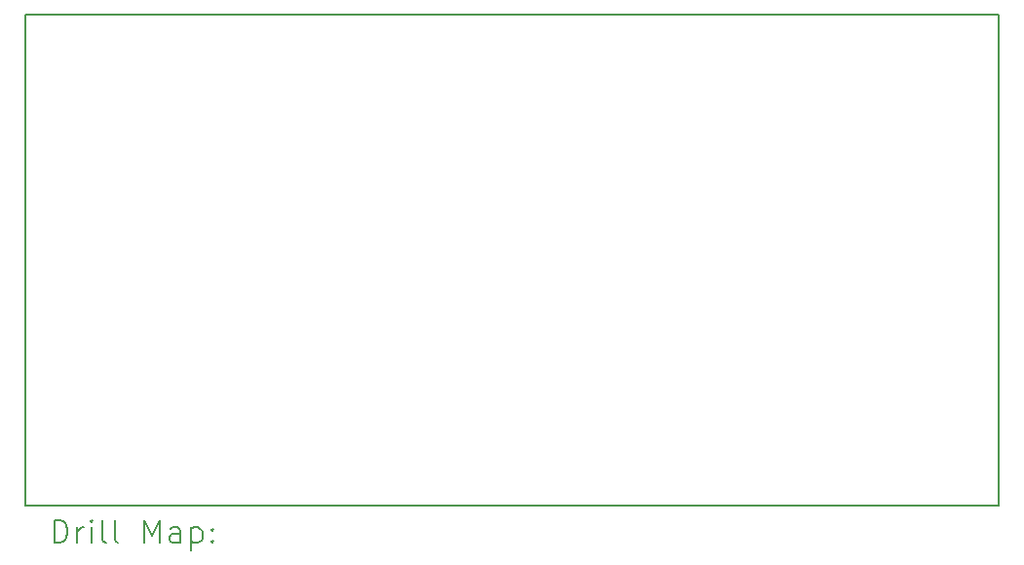
<source format=gbr>
%TF.GenerationSoftware,KiCad,Pcbnew,8.0.6*%
%TF.CreationDate,2024-11-19T15:42:56-05:00*%
%TF.ProjectId,airflow_device,61697266-6c6f-4775-9f64-65766963652e,rev?*%
%TF.SameCoordinates,Original*%
%TF.FileFunction,Drillmap*%
%TF.FilePolarity,Positive*%
%FSLAX45Y45*%
G04 Gerber Fmt 4.5, Leading zero omitted, Abs format (unit mm)*
G04 Created by KiCad (PCBNEW 8.0.6) date 2024-11-19 15:42:56*
%MOMM*%
%LPD*%
G01*
G04 APERTURE LIST*
%ADD10C,0.200000*%
G04 APERTURE END LIST*
D10*
X7467600Y-6934200D02*
X15925800Y-6934200D01*
X15925800Y-11201400D01*
X7467600Y-11201400D01*
X7467600Y-6934200D01*
X7718377Y-11522884D02*
X7718377Y-11322884D01*
X7718377Y-11322884D02*
X7765996Y-11322884D01*
X7765996Y-11322884D02*
X7794567Y-11332408D01*
X7794567Y-11332408D02*
X7813615Y-11351455D01*
X7813615Y-11351455D02*
X7823139Y-11370503D01*
X7823139Y-11370503D02*
X7832662Y-11408598D01*
X7832662Y-11408598D02*
X7832662Y-11437169D01*
X7832662Y-11437169D02*
X7823139Y-11475265D01*
X7823139Y-11475265D02*
X7813615Y-11494312D01*
X7813615Y-11494312D02*
X7794567Y-11513360D01*
X7794567Y-11513360D02*
X7765996Y-11522884D01*
X7765996Y-11522884D02*
X7718377Y-11522884D01*
X7918377Y-11522884D02*
X7918377Y-11389550D01*
X7918377Y-11427646D02*
X7927901Y-11408598D01*
X7927901Y-11408598D02*
X7937424Y-11399074D01*
X7937424Y-11399074D02*
X7956472Y-11389550D01*
X7956472Y-11389550D02*
X7975520Y-11389550D01*
X8042186Y-11522884D02*
X8042186Y-11389550D01*
X8042186Y-11322884D02*
X8032662Y-11332408D01*
X8032662Y-11332408D02*
X8042186Y-11341931D01*
X8042186Y-11341931D02*
X8051710Y-11332408D01*
X8051710Y-11332408D02*
X8042186Y-11322884D01*
X8042186Y-11322884D02*
X8042186Y-11341931D01*
X8165996Y-11522884D02*
X8146948Y-11513360D01*
X8146948Y-11513360D02*
X8137424Y-11494312D01*
X8137424Y-11494312D02*
X8137424Y-11322884D01*
X8270758Y-11522884D02*
X8251710Y-11513360D01*
X8251710Y-11513360D02*
X8242186Y-11494312D01*
X8242186Y-11494312D02*
X8242186Y-11322884D01*
X8499329Y-11522884D02*
X8499329Y-11322884D01*
X8499329Y-11322884D02*
X8565996Y-11465741D01*
X8565996Y-11465741D02*
X8632663Y-11322884D01*
X8632663Y-11322884D02*
X8632663Y-11522884D01*
X8813615Y-11522884D02*
X8813615Y-11418122D01*
X8813615Y-11418122D02*
X8804091Y-11399074D01*
X8804091Y-11399074D02*
X8785044Y-11389550D01*
X8785044Y-11389550D02*
X8746948Y-11389550D01*
X8746948Y-11389550D02*
X8727901Y-11399074D01*
X8813615Y-11513360D02*
X8794567Y-11522884D01*
X8794567Y-11522884D02*
X8746948Y-11522884D01*
X8746948Y-11522884D02*
X8727901Y-11513360D01*
X8727901Y-11513360D02*
X8718377Y-11494312D01*
X8718377Y-11494312D02*
X8718377Y-11475265D01*
X8718377Y-11475265D02*
X8727901Y-11456217D01*
X8727901Y-11456217D02*
X8746948Y-11446693D01*
X8746948Y-11446693D02*
X8794567Y-11446693D01*
X8794567Y-11446693D02*
X8813615Y-11437169D01*
X8908853Y-11389550D02*
X8908853Y-11589550D01*
X8908853Y-11399074D02*
X8927901Y-11389550D01*
X8927901Y-11389550D02*
X8965996Y-11389550D01*
X8965996Y-11389550D02*
X8985044Y-11399074D01*
X8985044Y-11399074D02*
X8994567Y-11408598D01*
X8994567Y-11408598D02*
X9004091Y-11427646D01*
X9004091Y-11427646D02*
X9004091Y-11484788D01*
X9004091Y-11484788D02*
X8994567Y-11503836D01*
X8994567Y-11503836D02*
X8985044Y-11513360D01*
X8985044Y-11513360D02*
X8965996Y-11522884D01*
X8965996Y-11522884D02*
X8927901Y-11522884D01*
X8927901Y-11522884D02*
X8908853Y-11513360D01*
X9089805Y-11503836D02*
X9099329Y-11513360D01*
X9099329Y-11513360D02*
X9089805Y-11522884D01*
X9089805Y-11522884D02*
X9080282Y-11513360D01*
X9080282Y-11513360D02*
X9089805Y-11503836D01*
X9089805Y-11503836D02*
X9089805Y-11522884D01*
X9089805Y-11399074D02*
X9099329Y-11408598D01*
X9099329Y-11408598D02*
X9089805Y-11418122D01*
X9089805Y-11418122D02*
X9080282Y-11408598D01*
X9080282Y-11408598D02*
X9089805Y-11399074D01*
X9089805Y-11399074D02*
X9089805Y-11418122D01*
M02*

</source>
